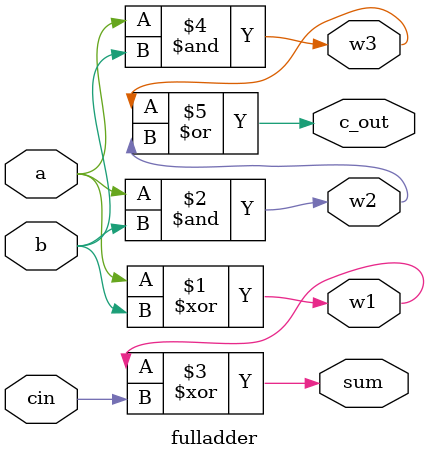
<source format=v>

module fulladder(
    input wire a,
    input wire b,
    input wire cin,
    output wire w1,
    output wire w2,
    output wire w3,
    output wire sum,
    output wire c_out
);

xor (w1, a, b);
and (w2, a, b);
xor (sum, w1, cin);
and (w3, a, b);
or (c_out, w3, w2);

endmodule

/*
data flow

assign sum = (a ^ b) ^ cin;
assign c_out = ((a ^ b) & cin) || (a & b);
------------------------------------------------------

behavoir

always @(*) begin

    sum = (a ^ b) ^ cin;
    c_out = ((a ^ b) & cin) || (a & b);
end
*/



</source>
